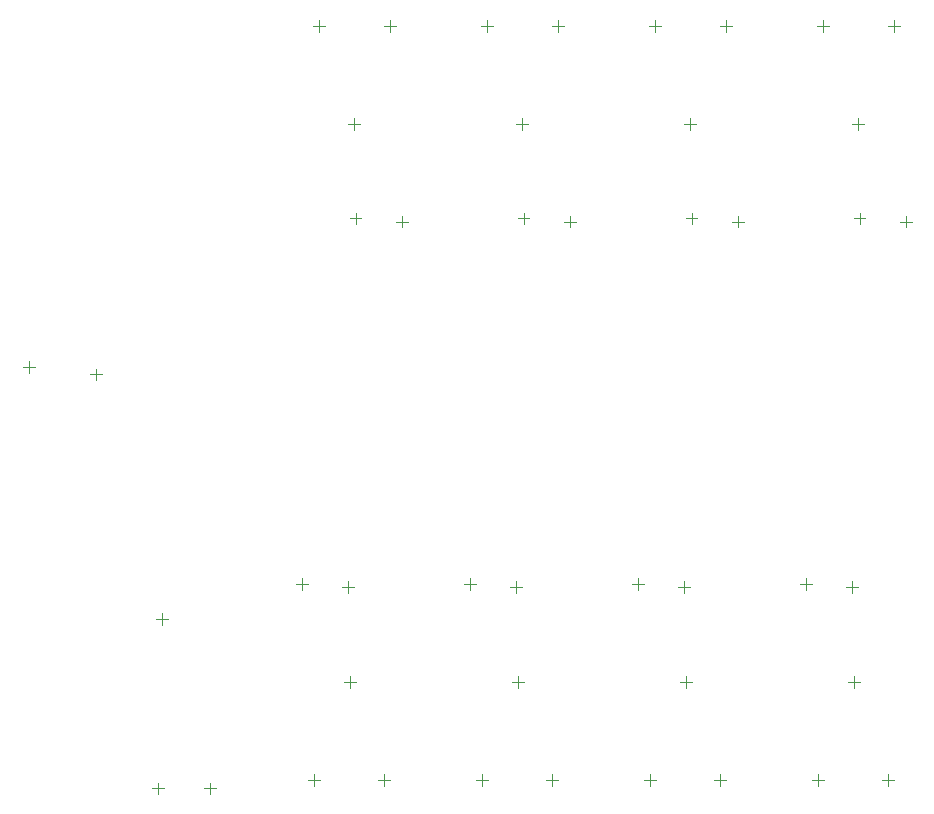
<source format=gbr>
G04*
G04 #@! TF.GenerationSoftware,Altium Limited,Altium Designer,24.0.1 (36)*
G04*
G04 Layer_Color=32768*
%FSLAX25Y25*%
%MOIN*%
G70*
G04*
G04 #@! TF.SameCoordinates,A2E01C4A-C41F-4235-85C4-DC12FCC8AE1E*
G04*
G04*
G04 #@! TF.FilePolarity,Positive*
G04*
G01*
G75*
%ADD102C,0.00197*%
%ADD103C,0.00394*%
D102*
X294531Y219000D02*
X298468D01*
X296500Y217032D02*
Y220969D01*
X312032Y219000D02*
X315968D01*
X314000Y217032D02*
Y220969D01*
D103*
X377793Y406000D02*
Y409937D01*
X375824Y407968D02*
X379761D01*
X362444Y407016D02*
Y410953D01*
X360476Y408985D02*
X364413D01*
X359880Y440605D02*
X363817D01*
X361849Y438636D02*
Y442573D01*
X350349Y471137D02*
Y475073D01*
X348380Y473105D02*
X352317D01*
X373849Y471137D02*
Y475073D01*
X371880Y473105D02*
X375817D01*
X543824Y407968D02*
X547761D01*
X545792Y406000D02*
Y409937D01*
X528476Y408985D02*
X532413D01*
X530444Y407016D02*
Y410953D01*
X527880Y440605D02*
X531817D01*
X529849Y438636D02*
Y442573D01*
X516380Y473105D02*
X520317D01*
X518349Y471137D02*
Y475073D01*
X539880Y473105D02*
X543817D01*
X541849Y471137D02*
Y475073D01*
X398564Y287068D02*
X402501D01*
X400532Y285099D02*
Y289036D01*
X342564Y287068D02*
X346501D01*
X344532Y285099D02*
Y289036D01*
X357912Y286051D02*
X361849D01*
X359880Y284083D02*
Y288020D01*
X360476Y252463D02*
Y256399D01*
X358507Y254431D02*
X362444D01*
X370007Y221931D02*
X373944D01*
X371976Y219963D02*
Y223900D01*
X346508Y221931D02*
X350445D01*
X348476Y219963D02*
Y223900D01*
X431824Y407968D02*
X435761D01*
X433792Y406000D02*
Y409937D01*
X427880Y473105D02*
X431817D01*
X429849Y471137D02*
Y475073D01*
X406349Y471137D02*
Y475073D01*
X404380Y473105D02*
X408317D01*
X462349Y471137D02*
Y475073D01*
X460380Y473105D02*
X464317D01*
X539976Y219963D02*
Y223900D01*
X538007Y221931D02*
X541945D01*
X483976Y219963D02*
Y223900D01*
X482008Y221931D02*
X485945D01*
X427976Y219963D02*
Y223900D01*
X426008Y221931D02*
X429945D01*
X489792Y406000D02*
Y409937D01*
X487824Y407968D02*
X491761D01*
X512532Y285099D02*
Y289036D01*
X510564Y287068D02*
X514501D01*
X456532Y285099D02*
Y289036D01*
X454564Y287068D02*
X458501D01*
X485849Y471137D02*
Y475073D01*
X483880Y473105D02*
X487817D01*
X516476Y219963D02*
Y223900D01*
X514507Y221931D02*
X518444D01*
X460476Y219963D02*
Y223900D01*
X458507Y221931D02*
X462444D01*
X404476Y219963D02*
Y223900D01*
X402507Y221931D02*
X406445D01*
X415880Y440605D02*
X419817D01*
X417849Y438636D02*
Y442573D01*
X418444Y407016D02*
Y410953D01*
X416476Y408985D02*
X420413D01*
X471880Y440605D02*
X475817D01*
X473849Y438636D02*
Y442573D01*
X474444Y407016D02*
Y410953D01*
X472476Y408985D02*
X476413D01*
X526508Y254431D02*
X530444D01*
X528476Y252463D02*
Y256399D01*
X527880Y284083D02*
Y288020D01*
X525912Y286051D02*
X529849D01*
X470507Y254431D02*
X474444D01*
X472476Y252463D02*
Y256399D01*
X471880Y284083D02*
Y288020D01*
X469912Y286051D02*
X473849D01*
X414507Y254431D02*
X418444D01*
X416476Y252463D02*
Y256399D01*
X415880Y284083D02*
Y288020D01*
X413912Y286051D02*
X417849D01*
X296031Y275500D02*
X299969D01*
X298000Y273532D02*
Y277468D01*
X276000Y355031D02*
Y358968D01*
X274031Y357000D02*
X277969D01*
X253500Y357531D02*
Y361469D01*
X251532Y359500D02*
X255469D01*
M02*

</source>
